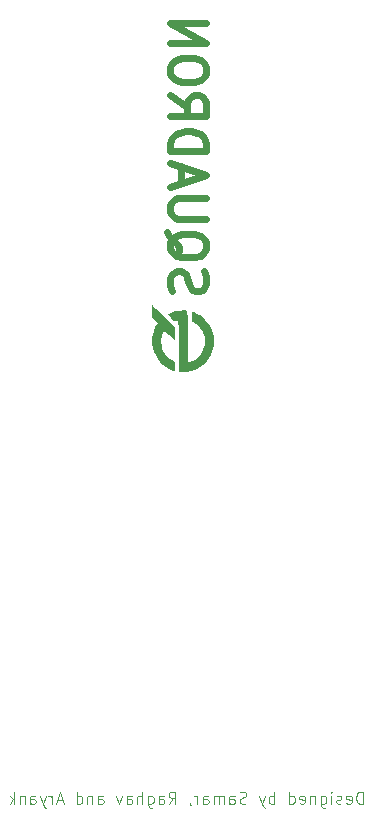
<source format=gbr>
%TF.GenerationSoftware,KiCad,Pcbnew,7.0.10*%
%TF.CreationDate,2024-02-19T04:42:38+05:30*%
%TF.ProjectId,breakout,62726561-6b6f-4757-942e-6b696361645f,rev?*%
%TF.SameCoordinates,Original*%
%TF.FileFunction,Legend,Bot*%
%TF.FilePolarity,Positive*%
%FSLAX46Y46*%
G04 Gerber Fmt 4.6, Leading zero omitted, Abs format (unit mm)*
G04 Created by KiCad (PCBNEW 7.0.10) date 2024-02-19 04:42:38*
%MOMM*%
%LPD*%
G01*
G04 APERTURE LIST*
%ADD10C,0.120000*%
%ADD11C,0.600000*%
G04 APERTURE END LIST*
D10*
X153928572Y-123900379D02*
X153928572Y-122900379D01*
X153928572Y-122900379D02*
X153690477Y-122900379D01*
X153690477Y-122900379D02*
X153547620Y-122947998D01*
X153547620Y-122947998D02*
X153452382Y-123043236D01*
X153452382Y-123043236D02*
X153404763Y-123138474D01*
X153404763Y-123138474D02*
X153357144Y-123328950D01*
X153357144Y-123328950D02*
X153357144Y-123471807D01*
X153357144Y-123471807D02*
X153404763Y-123662283D01*
X153404763Y-123662283D02*
X153452382Y-123757521D01*
X153452382Y-123757521D02*
X153547620Y-123852760D01*
X153547620Y-123852760D02*
X153690477Y-123900379D01*
X153690477Y-123900379D02*
X153928572Y-123900379D01*
X152547620Y-123852760D02*
X152642858Y-123900379D01*
X152642858Y-123900379D02*
X152833334Y-123900379D01*
X152833334Y-123900379D02*
X152928572Y-123852760D01*
X152928572Y-123852760D02*
X152976191Y-123757521D01*
X152976191Y-123757521D02*
X152976191Y-123376569D01*
X152976191Y-123376569D02*
X152928572Y-123281331D01*
X152928572Y-123281331D02*
X152833334Y-123233712D01*
X152833334Y-123233712D02*
X152642858Y-123233712D01*
X152642858Y-123233712D02*
X152547620Y-123281331D01*
X152547620Y-123281331D02*
X152500001Y-123376569D01*
X152500001Y-123376569D02*
X152500001Y-123471807D01*
X152500001Y-123471807D02*
X152976191Y-123567045D01*
X152119048Y-123852760D02*
X152023810Y-123900379D01*
X152023810Y-123900379D02*
X151833334Y-123900379D01*
X151833334Y-123900379D02*
X151738096Y-123852760D01*
X151738096Y-123852760D02*
X151690477Y-123757521D01*
X151690477Y-123757521D02*
X151690477Y-123709902D01*
X151690477Y-123709902D02*
X151738096Y-123614664D01*
X151738096Y-123614664D02*
X151833334Y-123567045D01*
X151833334Y-123567045D02*
X151976191Y-123567045D01*
X151976191Y-123567045D02*
X152071429Y-123519426D01*
X152071429Y-123519426D02*
X152119048Y-123424188D01*
X152119048Y-123424188D02*
X152119048Y-123376569D01*
X152119048Y-123376569D02*
X152071429Y-123281331D01*
X152071429Y-123281331D02*
X151976191Y-123233712D01*
X151976191Y-123233712D02*
X151833334Y-123233712D01*
X151833334Y-123233712D02*
X151738096Y-123281331D01*
X151261905Y-123900379D02*
X151261905Y-123233712D01*
X151261905Y-122900379D02*
X151309524Y-122947998D01*
X151309524Y-122947998D02*
X151261905Y-122995617D01*
X151261905Y-122995617D02*
X151214286Y-122947998D01*
X151214286Y-122947998D02*
X151261905Y-122900379D01*
X151261905Y-122900379D02*
X151261905Y-122995617D01*
X150357144Y-123233712D02*
X150357144Y-124043236D01*
X150357144Y-124043236D02*
X150404763Y-124138474D01*
X150404763Y-124138474D02*
X150452382Y-124186093D01*
X150452382Y-124186093D02*
X150547620Y-124233712D01*
X150547620Y-124233712D02*
X150690477Y-124233712D01*
X150690477Y-124233712D02*
X150785715Y-124186093D01*
X150357144Y-123852760D02*
X150452382Y-123900379D01*
X150452382Y-123900379D02*
X150642858Y-123900379D01*
X150642858Y-123900379D02*
X150738096Y-123852760D01*
X150738096Y-123852760D02*
X150785715Y-123805140D01*
X150785715Y-123805140D02*
X150833334Y-123709902D01*
X150833334Y-123709902D02*
X150833334Y-123424188D01*
X150833334Y-123424188D02*
X150785715Y-123328950D01*
X150785715Y-123328950D02*
X150738096Y-123281331D01*
X150738096Y-123281331D02*
X150642858Y-123233712D01*
X150642858Y-123233712D02*
X150452382Y-123233712D01*
X150452382Y-123233712D02*
X150357144Y-123281331D01*
X149880953Y-123233712D02*
X149880953Y-123900379D01*
X149880953Y-123328950D02*
X149833334Y-123281331D01*
X149833334Y-123281331D02*
X149738096Y-123233712D01*
X149738096Y-123233712D02*
X149595239Y-123233712D01*
X149595239Y-123233712D02*
X149500001Y-123281331D01*
X149500001Y-123281331D02*
X149452382Y-123376569D01*
X149452382Y-123376569D02*
X149452382Y-123900379D01*
X148595239Y-123852760D02*
X148690477Y-123900379D01*
X148690477Y-123900379D02*
X148880953Y-123900379D01*
X148880953Y-123900379D02*
X148976191Y-123852760D01*
X148976191Y-123852760D02*
X149023810Y-123757521D01*
X149023810Y-123757521D02*
X149023810Y-123376569D01*
X149023810Y-123376569D02*
X148976191Y-123281331D01*
X148976191Y-123281331D02*
X148880953Y-123233712D01*
X148880953Y-123233712D02*
X148690477Y-123233712D01*
X148690477Y-123233712D02*
X148595239Y-123281331D01*
X148595239Y-123281331D02*
X148547620Y-123376569D01*
X148547620Y-123376569D02*
X148547620Y-123471807D01*
X148547620Y-123471807D02*
X149023810Y-123567045D01*
X147690477Y-123900379D02*
X147690477Y-122900379D01*
X147690477Y-123852760D02*
X147785715Y-123900379D01*
X147785715Y-123900379D02*
X147976191Y-123900379D01*
X147976191Y-123900379D02*
X148071429Y-123852760D01*
X148071429Y-123852760D02*
X148119048Y-123805140D01*
X148119048Y-123805140D02*
X148166667Y-123709902D01*
X148166667Y-123709902D02*
X148166667Y-123424188D01*
X148166667Y-123424188D02*
X148119048Y-123328950D01*
X148119048Y-123328950D02*
X148071429Y-123281331D01*
X148071429Y-123281331D02*
X147976191Y-123233712D01*
X147976191Y-123233712D02*
X147785715Y-123233712D01*
X147785715Y-123233712D02*
X147690477Y-123281331D01*
X146452381Y-123900379D02*
X146452381Y-122900379D01*
X146452381Y-123281331D02*
X146357143Y-123233712D01*
X146357143Y-123233712D02*
X146166667Y-123233712D01*
X146166667Y-123233712D02*
X146071429Y-123281331D01*
X146071429Y-123281331D02*
X146023810Y-123328950D01*
X146023810Y-123328950D02*
X145976191Y-123424188D01*
X145976191Y-123424188D02*
X145976191Y-123709902D01*
X145976191Y-123709902D02*
X146023810Y-123805140D01*
X146023810Y-123805140D02*
X146071429Y-123852760D01*
X146071429Y-123852760D02*
X146166667Y-123900379D01*
X146166667Y-123900379D02*
X146357143Y-123900379D01*
X146357143Y-123900379D02*
X146452381Y-123852760D01*
X145642857Y-123233712D02*
X145404762Y-123900379D01*
X145166667Y-123233712D02*
X145404762Y-123900379D01*
X145404762Y-123900379D02*
X145500000Y-124138474D01*
X145500000Y-124138474D02*
X145547619Y-124186093D01*
X145547619Y-124186093D02*
X145642857Y-124233712D01*
X144071428Y-123852760D02*
X143928571Y-123900379D01*
X143928571Y-123900379D02*
X143690476Y-123900379D01*
X143690476Y-123900379D02*
X143595238Y-123852760D01*
X143595238Y-123852760D02*
X143547619Y-123805140D01*
X143547619Y-123805140D02*
X143500000Y-123709902D01*
X143500000Y-123709902D02*
X143500000Y-123614664D01*
X143500000Y-123614664D02*
X143547619Y-123519426D01*
X143547619Y-123519426D02*
X143595238Y-123471807D01*
X143595238Y-123471807D02*
X143690476Y-123424188D01*
X143690476Y-123424188D02*
X143880952Y-123376569D01*
X143880952Y-123376569D02*
X143976190Y-123328950D01*
X143976190Y-123328950D02*
X144023809Y-123281331D01*
X144023809Y-123281331D02*
X144071428Y-123186093D01*
X144071428Y-123186093D02*
X144071428Y-123090855D01*
X144071428Y-123090855D02*
X144023809Y-122995617D01*
X144023809Y-122995617D02*
X143976190Y-122947998D01*
X143976190Y-122947998D02*
X143880952Y-122900379D01*
X143880952Y-122900379D02*
X143642857Y-122900379D01*
X143642857Y-122900379D02*
X143500000Y-122947998D01*
X142642857Y-123900379D02*
X142642857Y-123376569D01*
X142642857Y-123376569D02*
X142690476Y-123281331D01*
X142690476Y-123281331D02*
X142785714Y-123233712D01*
X142785714Y-123233712D02*
X142976190Y-123233712D01*
X142976190Y-123233712D02*
X143071428Y-123281331D01*
X142642857Y-123852760D02*
X142738095Y-123900379D01*
X142738095Y-123900379D02*
X142976190Y-123900379D01*
X142976190Y-123900379D02*
X143071428Y-123852760D01*
X143071428Y-123852760D02*
X143119047Y-123757521D01*
X143119047Y-123757521D02*
X143119047Y-123662283D01*
X143119047Y-123662283D02*
X143071428Y-123567045D01*
X143071428Y-123567045D02*
X142976190Y-123519426D01*
X142976190Y-123519426D02*
X142738095Y-123519426D01*
X142738095Y-123519426D02*
X142642857Y-123471807D01*
X142166666Y-123900379D02*
X142166666Y-123233712D01*
X142166666Y-123328950D02*
X142119047Y-123281331D01*
X142119047Y-123281331D02*
X142023809Y-123233712D01*
X142023809Y-123233712D02*
X141880952Y-123233712D01*
X141880952Y-123233712D02*
X141785714Y-123281331D01*
X141785714Y-123281331D02*
X141738095Y-123376569D01*
X141738095Y-123376569D02*
X141738095Y-123900379D01*
X141738095Y-123376569D02*
X141690476Y-123281331D01*
X141690476Y-123281331D02*
X141595238Y-123233712D01*
X141595238Y-123233712D02*
X141452381Y-123233712D01*
X141452381Y-123233712D02*
X141357142Y-123281331D01*
X141357142Y-123281331D02*
X141309523Y-123376569D01*
X141309523Y-123376569D02*
X141309523Y-123900379D01*
X140404762Y-123900379D02*
X140404762Y-123376569D01*
X140404762Y-123376569D02*
X140452381Y-123281331D01*
X140452381Y-123281331D02*
X140547619Y-123233712D01*
X140547619Y-123233712D02*
X140738095Y-123233712D01*
X140738095Y-123233712D02*
X140833333Y-123281331D01*
X140404762Y-123852760D02*
X140500000Y-123900379D01*
X140500000Y-123900379D02*
X140738095Y-123900379D01*
X140738095Y-123900379D02*
X140833333Y-123852760D01*
X140833333Y-123852760D02*
X140880952Y-123757521D01*
X140880952Y-123757521D02*
X140880952Y-123662283D01*
X140880952Y-123662283D02*
X140833333Y-123567045D01*
X140833333Y-123567045D02*
X140738095Y-123519426D01*
X140738095Y-123519426D02*
X140500000Y-123519426D01*
X140500000Y-123519426D02*
X140404762Y-123471807D01*
X139928571Y-123900379D02*
X139928571Y-123233712D01*
X139928571Y-123424188D02*
X139880952Y-123328950D01*
X139880952Y-123328950D02*
X139833333Y-123281331D01*
X139833333Y-123281331D02*
X139738095Y-123233712D01*
X139738095Y-123233712D02*
X139642857Y-123233712D01*
X139261904Y-123852760D02*
X139261904Y-123900379D01*
X139261904Y-123900379D02*
X139309523Y-123995617D01*
X139309523Y-123995617D02*
X139357142Y-124043236D01*
X137500000Y-123900379D02*
X137833333Y-123424188D01*
X138071428Y-123900379D02*
X138071428Y-122900379D01*
X138071428Y-122900379D02*
X137690476Y-122900379D01*
X137690476Y-122900379D02*
X137595238Y-122947998D01*
X137595238Y-122947998D02*
X137547619Y-122995617D01*
X137547619Y-122995617D02*
X137500000Y-123090855D01*
X137500000Y-123090855D02*
X137500000Y-123233712D01*
X137500000Y-123233712D02*
X137547619Y-123328950D01*
X137547619Y-123328950D02*
X137595238Y-123376569D01*
X137595238Y-123376569D02*
X137690476Y-123424188D01*
X137690476Y-123424188D02*
X138071428Y-123424188D01*
X136642857Y-123900379D02*
X136642857Y-123376569D01*
X136642857Y-123376569D02*
X136690476Y-123281331D01*
X136690476Y-123281331D02*
X136785714Y-123233712D01*
X136785714Y-123233712D02*
X136976190Y-123233712D01*
X136976190Y-123233712D02*
X137071428Y-123281331D01*
X136642857Y-123852760D02*
X136738095Y-123900379D01*
X136738095Y-123900379D02*
X136976190Y-123900379D01*
X136976190Y-123900379D02*
X137071428Y-123852760D01*
X137071428Y-123852760D02*
X137119047Y-123757521D01*
X137119047Y-123757521D02*
X137119047Y-123662283D01*
X137119047Y-123662283D02*
X137071428Y-123567045D01*
X137071428Y-123567045D02*
X136976190Y-123519426D01*
X136976190Y-123519426D02*
X136738095Y-123519426D01*
X136738095Y-123519426D02*
X136642857Y-123471807D01*
X135738095Y-123233712D02*
X135738095Y-124043236D01*
X135738095Y-124043236D02*
X135785714Y-124138474D01*
X135785714Y-124138474D02*
X135833333Y-124186093D01*
X135833333Y-124186093D02*
X135928571Y-124233712D01*
X135928571Y-124233712D02*
X136071428Y-124233712D01*
X136071428Y-124233712D02*
X136166666Y-124186093D01*
X135738095Y-123852760D02*
X135833333Y-123900379D01*
X135833333Y-123900379D02*
X136023809Y-123900379D01*
X136023809Y-123900379D02*
X136119047Y-123852760D01*
X136119047Y-123852760D02*
X136166666Y-123805140D01*
X136166666Y-123805140D02*
X136214285Y-123709902D01*
X136214285Y-123709902D02*
X136214285Y-123424188D01*
X136214285Y-123424188D02*
X136166666Y-123328950D01*
X136166666Y-123328950D02*
X136119047Y-123281331D01*
X136119047Y-123281331D02*
X136023809Y-123233712D01*
X136023809Y-123233712D02*
X135833333Y-123233712D01*
X135833333Y-123233712D02*
X135738095Y-123281331D01*
X135261904Y-123900379D02*
X135261904Y-122900379D01*
X134833333Y-123900379D02*
X134833333Y-123376569D01*
X134833333Y-123376569D02*
X134880952Y-123281331D01*
X134880952Y-123281331D02*
X134976190Y-123233712D01*
X134976190Y-123233712D02*
X135119047Y-123233712D01*
X135119047Y-123233712D02*
X135214285Y-123281331D01*
X135214285Y-123281331D02*
X135261904Y-123328950D01*
X133928571Y-123900379D02*
X133928571Y-123376569D01*
X133928571Y-123376569D02*
X133976190Y-123281331D01*
X133976190Y-123281331D02*
X134071428Y-123233712D01*
X134071428Y-123233712D02*
X134261904Y-123233712D01*
X134261904Y-123233712D02*
X134357142Y-123281331D01*
X133928571Y-123852760D02*
X134023809Y-123900379D01*
X134023809Y-123900379D02*
X134261904Y-123900379D01*
X134261904Y-123900379D02*
X134357142Y-123852760D01*
X134357142Y-123852760D02*
X134404761Y-123757521D01*
X134404761Y-123757521D02*
X134404761Y-123662283D01*
X134404761Y-123662283D02*
X134357142Y-123567045D01*
X134357142Y-123567045D02*
X134261904Y-123519426D01*
X134261904Y-123519426D02*
X134023809Y-123519426D01*
X134023809Y-123519426D02*
X133928571Y-123471807D01*
X133547618Y-123233712D02*
X133309523Y-123900379D01*
X133309523Y-123900379D02*
X133071428Y-123233712D01*
X131499999Y-123900379D02*
X131499999Y-123376569D01*
X131499999Y-123376569D02*
X131547618Y-123281331D01*
X131547618Y-123281331D02*
X131642856Y-123233712D01*
X131642856Y-123233712D02*
X131833332Y-123233712D01*
X131833332Y-123233712D02*
X131928570Y-123281331D01*
X131499999Y-123852760D02*
X131595237Y-123900379D01*
X131595237Y-123900379D02*
X131833332Y-123900379D01*
X131833332Y-123900379D02*
X131928570Y-123852760D01*
X131928570Y-123852760D02*
X131976189Y-123757521D01*
X131976189Y-123757521D02*
X131976189Y-123662283D01*
X131976189Y-123662283D02*
X131928570Y-123567045D01*
X131928570Y-123567045D02*
X131833332Y-123519426D01*
X131833332Y-123519426D02*
X131595237Y-123519426D01*
X131595237Y-123519426D02*
X131499999Y-123471807D01*
X131023808Y-123233712D02*
X131023808Y-123900379D01*
X131023808Y-123328950D02*
X130976189Y-123281331D01*
X130976189Y-123281331D02*
X130880951Y-123233712D01*
X130880951Y-123233712D02*
X130738094Y-123233712D01*
X130738094Y-123233712D02*
X130642856Y-123281331D01*
X130642856Y-123281331D02*
X130595237Y-123376569D01*
X130595237Y-123376569D02*
X130595237Y-123900379D01*
X129690475Y-123900379D02*
X129690475Y-122900379D01*
X129690475Y-123852760D02*
X129785713Y-123900379D01*
X129785713Y-123900379D02*
X129976189Y-123900379D01*
X129976189Y-123900379D02*
X130071427Y-123852760D01*
X130071427Y-123852760D02*
X130119046Y-123805140D01*
X130119046Y-123805140D02*
X130166665Y-123709902D01*
X130166665Y-123709902D02*
X130166665Y-123424188D01*
X130166665Y-123424188D02*
X130119046Y-123328950D01*
X130119046Y-123328950D02*
X130071427Y-123281331D01*
X130071427Y-123281331D02*
X129976189Y-123233712D01*
X129976189Y-123233712D02*
X129785713Y-123233712D01*
X129785713Y-123233712D02*
X129690475Y-123281331D01*
X128499998Y-123614664D02*
X128023808Y-123614664D01*
X128595236Y-123900379D02*
X128261903Y-122900379D01*
X128261903Y-122900379D02*
X127928570Y-123900379D01*
X127595236Y-123900379D02*
X127595236Y-123233712D01*
X127595236Y-123424188D02*
X127547617Y-123328950D01*
X127547617Y-123328950D02*
X127499998Y-123281331D01*
X127499998Y-123281331D02*
X127404760Y-123233712D01*
X127404760Y-123233712D02*
X127309522Y-123233712D01*
X127071426Y-123233712D02*
X126833331Y-123900379D01*
X126595236Y-123233712D02*
X126833331Y-123900379D01*
X126833331Y-123900379D02*
X126928569Y-124138474D01*
X126928569Y-124138474D02*
X126976188Y-124186093D01*
X126976188Y-124186093D02*
X127071426Y-124233712D01*
X125785712Y-123900379D02*
X125785712Y-123376569D01*
X125785712Y-123376569D02*
X125833331Y-123281331D01*
X125833331Y-123281331D02*
X125928569Y-123233712D01*
X125928569Y-123233712D02*
X126119045Y-123233712D01*
X126119045Y-123233712D02*
X126214283Y-123281331D01*
X125785712Y-123852760D02*
X125880950Y-123900379D01*
X125880950Y-123900379D02*
X126119045Y-123900379D01*
X126119045Y-123900379D02*
X126214283Y-123852760D01*
X126214283Y-123852760D02*
X126261902Y-123757521D01*
X126261902Y-123757521D02*
X126261902Y-123662283D01*
X126261902Y-123662283D02*
X126214283Y-123567045D01*
X126214283Y-123567045D02*
X126119045Y-123519426D01*
X126119045Y-123519426D02*
X125880950Y-123519426D01*
X125880950Y-123519426D02*
X125785712Y-123471807D01*
X125309521Y-123233712D02*
X125309521Y-123900379D01*
X125309521Y-123328950D02*
X125261902Y-123281331D01*
X125261902Y-123281331D02*
X125166664Y-123233712D01*
X125166664Y-123233712D02*
X125023807Y-123233712D01*
X125023807Y-123233712D02*
X124928569Y-123281331D01*
X124928569Y-123281331D02*
X124880950Y-123376569D01*
X124880950Y-123376569D02*
X124880950Y-123900379D01*
X124404759Y-123900379D02*
X124404759Y-122900379D01*
X124309521Y-123519426D02*
X124023807Y-123900379D01*
X124023807Y-123233712D02*
X124404759Y-123614664D01*
D11*
X137786200Y-80516571D02*
X137643342Y-80088000D01*
X137643342Y-80088000D02*
X137643342Y-79373714D01*
X137643342Y-79373714D02*
X137786200Y-79088000D01*
X137786200Y-79088000D02*
X137929057Y-78945142D01*
X137929057Y-78945142D02*
X138214771Y-78802285D01*
X138214771Y-78802285D02*
X138500485Y-78802285D01*
X138500485Y-78802285D02*
X138786200Y-78945142D01*
X138786200Y-78945142D02*
X138929057Y-79088000D01*
X138929057Y-79088000D02*
X139071914Y-79373714D01*
X139071914Y-79373714D02*
X139214771Y-79945142D01*
X139214771Y-79945142D02*
X139357628Y-80230857D01*
X139357628Y-80230857D02*
X139500485Y-80373714D01*
X139500485Y-80373714D02*
X139786200Y-80516571D01*
X139786200Y-80516571D02*
X140071914Y-80516571D01*
X140071914Y-80516571D02*
X140357628Y-80373714D01*
X140357628Y-80373714D02*
X140500485Y-80230857D01*
X140500485Y-80230857D02*
X140643342Y-79945142D01*
X140643342Y-79945142D02*
X140643342Y-79230857D01*
X140643342Y-79230857D02*
X140500485Y-78802285D01*
X137357628Y-75516571D02*
X137500485Y-75802285D01*
X137500485Y-75802285D02*
X137786200Y-76087999D01*
X137786200Y-76087999D02*
X138214771Y-76516571D01*
X138214771Y-76516571D02*
X138357628Y-76802285D01*
X138357628Y-76802285D02*
X138357628Y-77087999D01*
X137643342Y-76945142D02*
X137786200Y-77230857D01*
X137786200Y-77230857D02*
X138071914Y-77516571D01*
X138071914Y-77516571D02*
X138643342Y-77659428D01*
X138643342Y-77659428D02*
X139643342Y-77659428D01*
X139643342Y-77659428D02*
X140214771Y-77516571D01*
X140214771Y-77516571D02*
X140500485Y-77230857D01*
X140500485Y-77230857D02*
X140643342Y-76945142D01*
X140643342Y-76945142D02*
X140643342Y-76373714D01*
X140643342Y-76373714D02*
X140500485Y-76087999D01*
X140500485Y-76087999D02*
X140214771Y-75802285D01*
X140214771Y-75802285D02*
X139643342Y-75659428D01*
X139643342Y-75659428D02*
X138643342Y-75659428D01*
X138643342Y-75659428D02*
X138071914Y-75802285D01*
X138071914Y-75802285D02*
X137786200Y-76087999D01*
X137786200Y-76087999D02*
X137643342Y-76373714D01*
X137643342Y-76373714D02*
X137643342Y-76945142D01*
X140643342Y-74373714D02*
X138214771Y-74373714D01*
X138214771Y-74373714D02*
X137929057Y-74230857D01*
X137929057Y-74230857D02*
X137786200Y-74088000D01*
X137786200Y-74088000D02*
X137643342Y-73802285D01*
X137643342Y-73802285D02*
X137643342Y-73230857D01*
X137643342Y-73230857D02*
X137786200Y-72945142D01*
X137786200Y-72945142D02*
X137929057Y-72802285D01*
X137929057Y-72802285D02*
X138214771Y-72659428D01*
X138214771Y-72659428D02*
X140643342Y-72659428D01*
X138500485Y-71373714D02*
X138500485Y-69945143D01*
X137643342Y-71659428D02*
X140643342Y-70659428D01*
X140643342Y-70659428D02*
X137643342Y-69659428D01*
X137643342Y-68659428D02*
X140643342Y-68659428D01*
X140643342Y-68659428D02*
X140643342Y-67945142D01*
X140643342Y-67945142D02*
X140500485Y-67516571D01*
X140500485Y-67516571D02*
X140214771Y-67230856D01*
X140214771Y-67230856D02*
X139929057Y-67087999D01*
X139929057Y-67087999D02*
X139357628Y-66945142D01*
X139357628Y-66945142D02*
X138929057Y-66945142D01*
X138929057Y-66945142D02*
X138357628Y-67087999D01*
X138357628Y-67087999D02*
X138071914Y-67230856D01*
X138071914Y-67230856D02*
X137786200Y-67516571D01*
X137786200Y-67516571D02*
X137643342Y-67945142D01*
X137643342Y-67945142D02*
X137643342Y-68659428D01*
X137643342Y-63945142D02*
X139071914Y-64945142D01*
X137643342Y-65659428D02*
X140643342Y-65659428D01*
X140643342Y-65659428D02*
X140643342Y-64516571D01*
X140643342Y-64516571D02*
X140500485Y-64230856D01*
X140500485Y-64230856D02*
X140357628Y-64087999D01*
X140357628Y-64087999D02*
X140071914Y-63945142D01*
X140071914Y-63945142D02*
X139643342Y-63945142D01*
X139643342Y-63945142D02*
X139357628Y-64087999D01*
X139357628Y-64087999D02*
X139214771Y-64230856D01*
X139214771Y-64230856D02*
X139071914Y-64516571D01*
X139071914Y-64516571D02*
X139071914Y-65659428D01*
X140643342Y-62087999D02*
X140643342Y-61516571D01*
X140643342Y-61516571D02*
X140500485Y-61230856D01*
X140500485Y-61230856D02*
X140214771Y-60945142D01*
X140214771Y-60945142D02*
X139643342Y-60802285D01*
X139643342Y-60802285D02*
X138643342Y-60802285D01*
X138643342Y-60802285D02*
X138071914Y-60945142D01*
X138071914Y-60945142D02*
X137786200Y-61230856D01*
X137786200Y-61230856D02*
X137643342Y-61516571D01*
X137643342Y-61516571D02*
X137643342Y-62087999D01*
X137643342Y-62087999D02*
X137786200Y-62373714D01*
X137786200Y-62373714D02*
X138071914Y-62659428D01*
X138071914Y-62659428D02*
X138643342Y-62802285D01*
X138643342Y-62802285D02*
X139643342Y-62802285D01*
X139643342Y-62802285D02*
X140214771Y-62659428D01*
X140214771Y-62659428D02*
X140500485Y-62373714D01*
X140500485Y-62373714D02*
X140643342Y-62087999D01*
X137643342Y-59516571D02*
X140643342Y-59516571D01*
X140643342Y-59516571D02*
X137643342Y-57802285D01*
X137643342Y-57802285D02*
X140643342Y-57802285D01*
%TO.C,G\u002A\u002A\u002A*%
G36*
X138973770Y-82145722D02*
G01*
X139041601Y-82152068D01*
X139073864Y-82161935D01*
X139076368Y-82176046D01*
X139079630Y-82230698D01*
X139082656Y-82322554D01*
X139085386Y-82447610D01*
X139087763Y-82601866D01*
X139089726Y-82781318D01*
X139091217Y-82981964D01*
X139092177Y-83199803D01*
X139092547Y-83430832D01*
X139092707Y-83696149D01*
X139093066Y-83986205D01*
X139093598Y-84286549D01*
X139094280Y-84588111D01*
X139095091Y-84881819D01*
X139096007Y-85158605D01*
X139097006Y-85409396D01*
X139098064Y-85625122D01*
X139103288Y-86568940D01*
X139163974Y-86554633D01*
X139269631Y-86524985D01*
X139488443Y-86435994D01*
X139703338Y-86314440D01*
X139904382Y-86167176D01*
X140081637Y-86001053D01*
X140225166Y-85822922D01*
X140321830Y-85670491D01*
X140422380Y-85473912D01*
X140491812Y-85277182D01*
X140534315Y-85067697D01*
X140554076Y-84832850D01*
X140555228Y-84659156D01*
X140532712Y-84412509D01*
X140478376Y-84184298D01*
X140389619Y-83964769D01*
X140263841Y-83744169D01*
X140157474Y-83595411D01*
X139990456Y-83412728D01*
X139794016Y-83251057D01*
X139561194Y-83104057D01*
X139434304Y-83033043D01*
X139434304Y-82637930D01*
X139434784Y-82526208D01*
X139437286Y-82398345D01*
X139442073Y-82310216D01*
X139449308Y-82259236D01*
X139459153Y-82242817D01*
X139461036Y-82242881D01*
X139503630Y-82253362D01*
X139575396Y-82278922D01*
X139666705Y-82315446D01*
X139767930Y-82358818D01*
X139869442Y-82404923D01*
X139961614Y-82449647D01*
X140034818Y-82488872D01*
X140104341Y-82530735D01*
X140371607Y-82723025D01*
X140611396Y-82947449D01*
X140821249Y-83200286D01*
X140998706Y-83477814D01*
X141141307Y-83776311D01*
X141246593Y-84092057D01*
X141312103Y-84421329D01*
X141316733Y-84460748D01*
X141326477Y-84618389D01*
X141327036Y-84797313D01*
X141319008Y-84981296D01*
X141302996Y-85154115D01*
X141279598Y-85299546D01*
X141269171Y-85346050D01*
X141181508Y-85635198D01*
X141057811Y-85919559D01*
X140903192Y-86190006D01*
X140722764Y-86437412D01*
X140521637Y-86652653D01*
X140376113Y-86777368D01*
X140153959Y-86935914D01*
X139914158Y-87076224D01*
X139669155Y-87191208D01*
X139431392Y-87273779D01*
X139301826Y-87305293D01*
X139129621Y-87336472D01*
X138951158Y-87358986D01*
X138776177Y-87372145D01*
X138614419Y-87375266D01*
X138475625Y-87367659D01*
X138369534Y-87348639D01*
X138367761Y-87348019D01*
X138361621Y-87343242D01*
X138356202Y-87332652D01*
X138351459Y-87313692D01*
X138347346Y-87283809D01*
X138343820Y-87240448D01*
X138340835Y-87181054D01*
X138338346Y-87103071D01*
X138336310Y-87003947D01*
X138334680Y-86881124D01*
X138333413Y-86732050D01*
X138332464Y-86554168D01*
X138331787Y-86344925D01*
X138331339Y-86101766D01*
X138331074Y-85822135D01*
X138330948Y-85503478D01*
X138330916Y-85143241D01*
X138330859Y-84788500D01*
X138330658Y-84465789D01*
X138330276Y-84182354D01*
X138329676Y-83935734D01*
X138328823Y-83723469D01*
X138327680Y-83543098D01*
X138326209Y-83392161D01*
X138324375Y-83268196D01*
X138322141Y-83168744D01*
X138319469Y-83091343D01*
X138316324Y-83033532D01*
X138312669Y-82992852D01*
X138308467Y-82966841D01*
X138303682Y-82953039D01*
X138298278Y-82948985D01*
X138262213Y-82955456D01*
X138198127Y-82972625D01*
X138120157Y-82996744D01*
X137974674Y-83044503D01*
X137689381Y-82759843D01*
X137404089Y-82475184D01*
X137519935Y-82416677D01*
X137566353Y-82394349D01*
X137711472Y-82333709D01*
X137877199Y-82274567D01*
X138046837Y-82222616D01*
X138203686Y-82183550D01*
X138209490Y-82182354D01*
X138290817Y-82169899D01*
X138395446Y-82159503D01*
X138514967Y-82151375D01*
X138640970Y-82145724D01*
X138765044Y-82142759D01*
X138878781Y-82142689D01*
X138973770Y-82145722D01*
G37*
G36*
X136135159Y-81704722D02*
G01*
X136180245Y-81746977D01*
X136251089Y-81815216D01*
X136344926Y-81906719D01*
X136458986Y-82018767D01*
X136590503Y-82148640D01*
X136736708Y-82293621D01*
X136894836Y-82450990D01*
X137062118Y-82618027D01*
X137988865Y-83544931D01*
X137995479Y-84085533D01*
X137996473Y-84198937D01*
X137996517Y-84336767D01*
X137995215Y-84454308D01*
X137992688Y-84545601D01*
X137989057Y-84604687D01*
X137984445Y-84625605D01*
X137984439Y-84625604D01*
X137964752Y-84610403D01*
X137918284Y-84567881D01*
X137849264Y-84502115D01*
X137761923Y-84417179D01*
X137660489Y-84317152D01*
X137549192Y-84206108D01*
X137131586Y-83787142D01*
X137091344Y-83848038D01*
X137069961Y-83885037D01*
X137028406Y-83974533D01*
X136983748Y-84087987D01*
X136940533Y-84213520D01*
X136903310Y-84339255D01*
X136887964Y-84410445D01*
X136870689Y-84559189D01*
X136865044Y-84727893D01*
X136870824Y-84902273D01*
X136887824Y-85068046D01*
X136915837Y-85210931D01*
X136944157Y-85307560D01*
X137051405Y-85569930D01*
X137196239Y-85811924D01*
X137375944Y-86030063D01*
X137587802Y-86220867D01*
X137829098Y-86380855D01*
X137988865Y-86470676D01*
X137994887Y-86874119D01*
X138000908Y-87277562D01*
X137950751Y-87262502D01*
X137886318Y-87241009D01*
X137772604Y-87197373D01*
X137648446Y-87144952D01*
X137530557Y-87090892D01*
X137435651Y-87042336D01*
X137244686Y-86924368D01*
X136984416Y-86721632D01*
X136752254Y-86488331D01*
X136550772Y-86228407D01*
X136382543Y-85945800D01*
X136250139Y-85644451D01*
X136156134Y-85328300D01*
X136103099Y-85001288D01*
X136092700Y-84811078D01*
X136107204Y-84496564D01*
X136158726Y-84181936D01*
X136245210Y-83875584D01*
X136364599Y-83585901D01*
X136514837Y-83321277D01*
X136570488Y-83237183D01*
X136336280Y-82989570D01*
X136102071Y-82741956D01*
X136102071Y-82216539D01*
X136102375Y-82116665D01*
X136103872Y-81979615D01*
X136106446Y-81862482D01*
X136109907Y-81771319D01*
X136114063Y-81712181D01*
X136118721Y-81691123D01*
X136135159Y-81704722D01*
G37*
%TD*%
M02*

</source>
